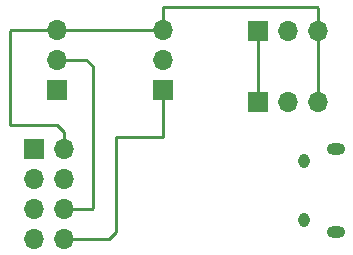
<source format=gbr>
G04 #@! TF.FileFunction,Copper,L2,Bot,Signal*
%FSLAX46Y46*%
G04 Gerber Fmt 4.6, Leading zero omitted, Abs format (unit mm)*
G04 Created by KiCad (PCBNEW 4.0.2-stable) date 11.2.2018 14.28.50*
%MOMM*%
G01*
G04 APERTURE LIST*
%ADD10C,0.100000*%
%ADD11O,0.950000X1.250000*%
%ADD12O,1.550000X1.000000*%
%ADD13R,1.700000X1.700000*%
%ADD14O,1.700000X1.700000*%
%ADD15C,0.250000*%
G04 APERTURE END LIST*
D10*
D11*
X204900000Y-130000000D03*
X204900000Y-125000000D03*
D12*
X207600000Y-131000000D03*
X207600000Y-124000000D03*
D13*
X182000000Y-124000000D03*
D14*
X184540000Y-124000000D03*
X182000000Y-126540000D03*
X184540000Y-126540000D03*
X182000000Y-129080000D03*
X184540000Y-129080000D03*
X182000000Y-131620000D03*
X184540000Y-131620000D03*
D13*
X193000000Y-119000000D03*
D14*
X193000000Y-116460000D03*
X193000000Y-113920000D03*
D13*
X201000000Y-120000000D03*
D14*
X203540000Y-120000000D03*
X206080000Y-120000000D03*
D13*
X201000000Y-114000000D03*
D14*
X203540000Y-114000000D03*
X206080000Y-114000000D03*
D13*
X184000000Y-119000000D03*
D14*
X184000000Y-116460000D03*
X184000000Y-113920000D03*
D15*
X206080000Y-114000000D02*
X206080000Y-120000000D01*
X193000000Y-113920000D02*
X193000000Y-112000000D01*
X206080000Y-112080000D02*
X206080000Y-114000000D01*
X206000000Y-112000000D02*
X206080000Y-112080000D01*
X193000000Y-112000000D02*
X206000000Y-112000000D01*
X184000000Y-113920000D02*
X193000000Y-113920000D01*
X184000000Y-113920000D02*
X180080000Y-113920000D01*
X184540000Y-122540000D02*
X184540000Y-124000000D01*
X184000000Y-122000000D02*
X184540000Y-122540000D01*
X180000000Y-122000000D02*
X184000000Y-122000000D01*
X180000000Y-114000000D02*
X180000000Y-122000000D01*
X180080000Y-113920000D02*
X180000000Y-114000000D01*
X201000000Y-120000000D02*
X201000000Y-114000000D01*
X184540000Y-129080000D02*
X186920000Y-129080000D01*
X186460000Y-116460000D02*
X184000000Y-116460000D01*
X187000000Y-117000000D02*
X186460000Y-116460000D01*
X187000000Y-129000000D02*
X187000000Y-117000000D01*
X186920000Y-129080000D02*
X187000000Y-129000000D01*
X184540000Y-131620000D02*
X188380000Y-131620000D01*
X193000000Y-123000000D02*
X193000000Y-119000000D01*
X189000000Y-123000000D02*
X193000000Y-123000000D01*
X189000000Y-131000000D02*
X189000000Y-123000000D01*
X188380000Y-131620000D02*
X189000000Y-131000000D01*
M02*

</source>
